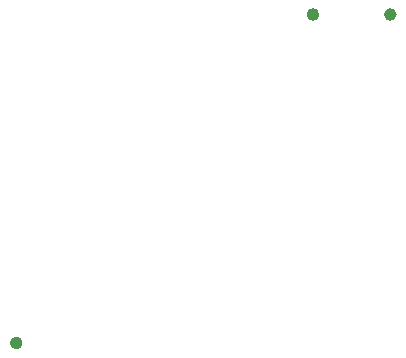
<source format=gbr>
%TF.GenerationSoftware,KiCad,Pcbnew,8.99.0-2767-g6be6680d8c*%
%TF.CreationDate,2024-10-27T19:28:17+01:00*%
%TF.ProjectId,SBC,5342432e-6b69-4636-9164-5f7063625858,rev?*%
%TF.SameCoordinates,Original*%
%TF.FileFunction,Glue,Top*%
%TF.FilePolarity,Positive*%
%FSLAX46Y46*%
G04 Gerber Fmt 4.6, Leading zero omitted, Abs format (unit mm)*
G04 Created by KiCad (PCBNEW 8.99.0-2767-g6be6680d8c) date 2024-10-27 19:28:17*
%MOMM*%
%LPD*%
G01*
G04 APERTURE LIST*
%ADD10C,0.100000*%
%ADD11C,0.166667*%
%ADD12C,0.233333*%
G04 APERTURE END LIST*
D10*
%TO.C,Y5*%
X70182500Y-125230400D02*
G75*
G02*
X69182500Y-125230400I-500000J0D01*
G01*
X69182500Y-125230400D02*
G75*
G02*
X70182500Y-125230400I500000J0D01*
G01*
D11*
X70099167Y-125230400D02*
G75*
G02*
X69265833Y-125230400I-416667J0D01*
G01*
X69265833Y-125230400D02*
G75*
G02*
X70099167Y-125230400I416667J0D01*
G01*
X69949167Y-125230400D02*
G75*
G02*
X69415833Y-125230400I-266667J0D01*
G01*
X69415833Y-125230400D02*
G75*
G02*
X69949167Y-125230400I266667J0D01*
G01*
D12*
X69799167Y-125230400D02*
G75*
G02*
X69565833Y-125230400I-116667J0D01*
G01*
X69565833Y-125230400D02*
G75*
G02*
X69799167Y-125230400I116667J0D01*
G01*
D10*
%TO.C,Y1*%
X95308481Y-97423014D02*
G75*
G02*
X94308481Y-97423014I-500000J0D01*
G01*
X94308481Y-97423014D02*
G75*
G02*
X95308481Y-97423014I500000J0D01*
G01*
D11*
X95225148Y-97423014D02*
G75*
G02*
X94391814Y-97423014I-416667J0D01*
G01*
X94391814Y-97423014D02*
G75*
G02*
X95225148Y-97423014I416667J0D01*
G01*
X95075148Y-97423014D02*
G75*
G02*
X94541814Y-97423014I-266667J0D01*
G01*
X94541814Y-97423014D02*
G75*
G02*
X95075148Y-97423014I266667J0D01*
G01*
D12*
X94925148Y-97423014D02*
G75*
G02*
X94691814Y-97423014I-116667J0D01*
G01*
X94691814Y-97423014D02*
G75*
G02*
X94925148Y-97423014I116667J0D01*
G01*
D10*
%TO.C,Y2*%
X101858481Y-97423014D02*
G75*
G02*
X100858481Y-97423014I-500000J0D01*
G01*
X100858481Y-97423014D02*
G75*
G02*
X101858481Y-97423014I500000J0D01*
G01*
D11*
X101775148Y-97423014D02*
G75*
G02*
X100941814Y-97423014I-416667J0D01*
G01*
X100941814Y-97423014D02*
G75*
G02*
X101775148Y-97423014I416667J0D01*
G01*
X101625148Y-97423014D02*
G75*
G02*
X101091814Y-97423014I-266667J0D01*
G01*
X101091814Y-97423014D02*
G75*
G02*
X101625148Y-97423014I266667J0D01*
G01*
D12*
X101475148Y-97423014D02*
G75*
G02*
X101241814Y-97423014I-116667J0D01*
G01*
X101241814Y-97423014D02*
G75*
G02*
X101475148Y-97423014I116667J0D01*
G01*
%TD*%
M02*

</source>
